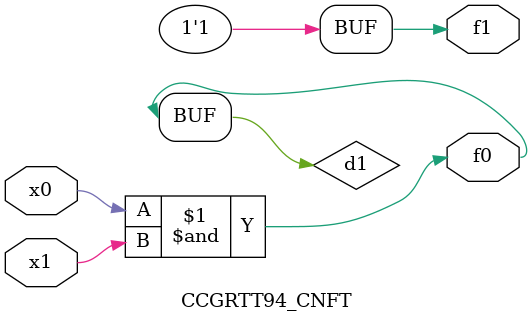
<source format=v>
module CCGRTT94_CNFT(
	input x0, x1,
	output f0, f1
);

	wire d1;

	assign f0 = d1;
	and (d1, x0, x1);
	assign f1 = 1'b1;
endmodule

</source>
